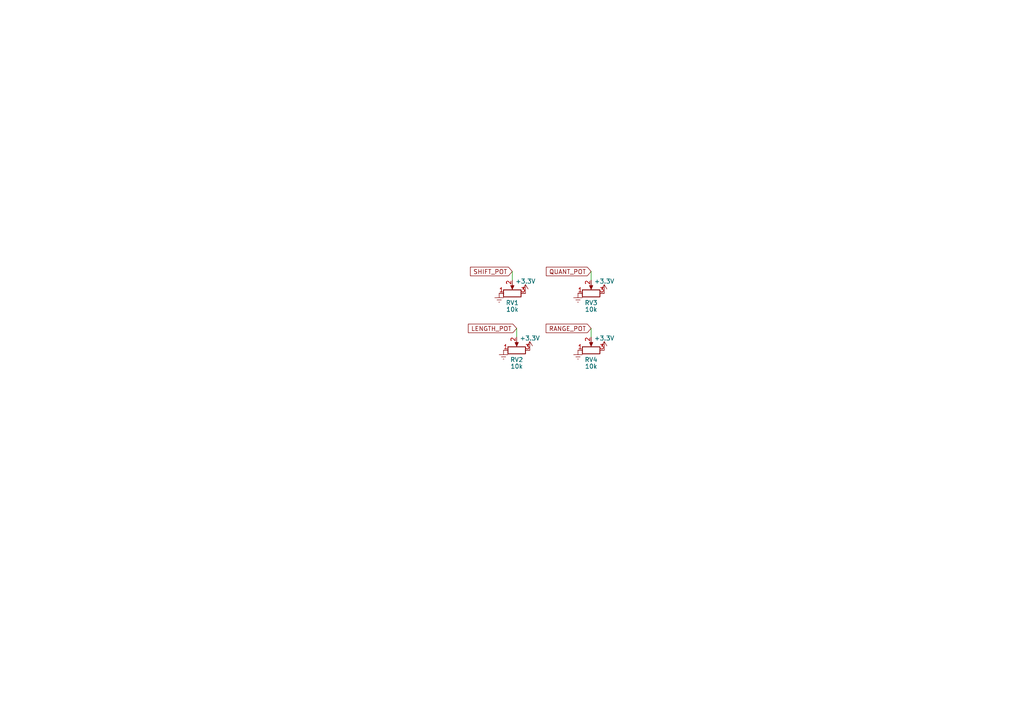
<source format=kicad_sch>
(kicad_sch (version 20230121) (generator eeschema)
  (paper "A4")
  (lib_symbols
    (symbol "Device:R_Potentiometer" (pin_names (offset 1.016) hide)
      (property "Reference" "RV" (at -4.445 0 90))
      (property "Value" "R_Potentiometer" (at -2.54 0 90))
      (symbol "R_Potentiometer_0_1"
        (polyline (pts (xy 2.54 0) (xy 1.524 0)))
        (polyline (pts (xy 1.143 0) (xy 2.286 0.508) (xy 2.286 -0.508) (xy 1.143 0)) (fill (type outline)))
        (rectangle (start 1.016 2.54) (end -1.016 -2.54) (stroke (width 0.254)))
      )
      (symbol "R_Potentiometer_1_1"
        (pin passive line (at 0 3.81 270) (length 1.27) (name "1") (number "1"))
        (pin passive line (at 3.81 0 180) (length 1.27) (name "2") (number "2"))
        (pin passive line (at 0 -3.81 90) (length 1.27) (name "3") (number "3"))
      )
    )
    (symbol "power:+3.3V" (power) (pin_names (offset 0))
      (property "Value" "+3.3V" (at 0 3.556 0))
      (symbol "+3.3V_0_1"
        (polyline (pts (xy -0.762 1.27) (xy 0 2.54)))
        (polyline (pts (xy 0 0) (xy 0 2.54)))
        (polyline (pts (xy 0 2.54) (xy 0.762 1.27)))
      )
      (symbol "+3.3V_1_1"
        (pin power_in line (at 0 0 90) (length 0) hide (name "+3.3V") (number "1"))
      )
    )
    (symbol "power:Earth" (power) (pin_names (offset 0))
      (symbol "Earth_0_1"
        (polyline (pts (xy -0.635 -1.905) (xy 0.635 -1.905)))
        (polyline (pts (xy -0.127 -2.54) (xy 0.127 -2.54)))
        (polyline (pts (xy 0 -1.27) (xy 0 0)))
        (polyline (pts (xy 1.27 -1.27) (xy -1.27 -1.27)))
      )
      (symbol "Earth_1_1"
        (pin power_in line (at 0 0 270) (length 0) hide (name "Earth") (number "1"))
      )
    )
  )
  (wire (pts (xy 149.86 95.25) (xy 149.86 97.79)))
  (wire (pts (xy 148.59 78.74) (xy 148.59 81.28)))
  (wire (pts (xy 171.45 95.25) (xy 171.45 97.79)))
  (wire (pts (xy 171.45 78.74) (xy 171.45 81.28)))
  (global_label "LENGTH_POT" (shape input) (at 149.86 95.25 180) (property "Intersheetrefs" "${INTERSHEET_REFS}" (effects hide)))
  (global_label "QUANT_POT" (shape input) (at 171.45 78.74 180) (property "Intersheetrefs" "${INTERSHEET_REFS}" (effects hide)))
  (global_label "RANGE_POT" (shape input) (at 171.45 95.25 180) (property "Intersheetrefs" "${INTERSHEET_REFS}" (effects hide)))
  (global_label "SHIFT_POT" (shape input) (at 148.59 78.74 180) (property "Intersheetrefs" "${INTERSHEET_REFS}" (effects hide)))
  (symbol (lib_id "Device:R_Potentiometer") (at 148.59 85.09 90) (unit 1)
    (property "Reference" "RV1" (at 148.59 87.8285 90))
    (property "Value" "10k" (at 148.59 89.7495 90))
    (property "Footprint" "Potentiometer_THT:Potentiometer_Alpha_RD901F-40-00D_Single_Vertical" (effects hide))
  )
  (symbol (lib_id "power:+3.3V") (at 175.26 85.09 0) (unit 1)
    (property "Reference" "#PWR07" (effects hide))
    (property "Value" "+3.3V" (at 175.26 81.5881 0))
  )
  (symbol (lib_id "power:Earth") (at 146.05 101.6 0) (unit 1)
    (property "Reference" "#PWR02" (effects hide))
    (property "Value" "Earth" (effects hide))
  )
  (symbol (lib_id "Device:R_Potentiometer") (at 171.45 101.6 90) (unit 1)
    (property "Reference" "RV4" (at 171.45 104.3385 90))
    (property "Value" "10k" (at 171.45 106.2595 90))
    (property "Footprint" "Potentiometer_THT:Potentiometer_Alpha_RD901F-40-00D_Single_Vertical" (effects hide))
  )
  (symbol (lib_id "Device:R_Potentiometer") (at 171.45 85.09 90) (unit 1)
    (property "Reference" "RV3" (at 171.45 87.8285 90))
    (property "Value" "10k" (at 171.45 89.7495 90))
    (property "Footprint" "Potentiometer_THT:Potentiometer_Alpha_RD901F-40-00D_Single_Vertical" (effects hide))
  )
  (symbol (lib_id "power:Earth") (at 167.64 85.09 0) (unit 1)
    (property "Reference" "#PWR05" (effects hide))
    (property "Value" "Earth" (effects hide))
  )
  (symbol (lib_id "power:+3.3V") (at 153.67 101.6 0) (unit 1)
    (property "Reference" "#PWR04" (effects hide))
    (property "Value" "+3.3V" (at 153.67 98.0981 0))
  )
  (symbol (lib_id "power:Earth") (at 144.78 85.09 0) (unit 1)
    (property "Reference" "#PWR01" (effects hide))
    (property "Value" "Earth" (effects hide))
  )
  (symbol (lib_id "Device:R_Potentiometer") (at 149.86 101.6 90) (unit 1)
    (property "Reference" "RV2" (at 149.86 104.3385 90))
    (property "Value" "10k" (at 149.86 106.2595 90))
    (property "Footprint" "Potentiometer_THT:Potentiometer_Alpha_RD901F-40-00D_Single_Vertical" (effects hide))
  )
  (symbol (lib_id "power:+3.3V") (at 175.26 101.6 0) (unit 1)
    (property "Reference" "#PWR08" (effects hide))
    (property "Value" "+3.3V" (at 175.26 98.0981 0))
  )
  (symbol (lib_id "power:Earth") (at 167.64 101.6 0) (unit 1)
    (property "Reference" "#PWR06" (effects hide))
    (property "Value" "Earth" (effects hide))
  )
  (symbol (lib_id "power:+3.3V") (at 152.4 85.09 0) (unit 1)
    (property "Reference" "#PWR03" (effects hide))
    (property "Value" "+3.3V" (at 152.4 81.5881 0))
  )
)
</source>
